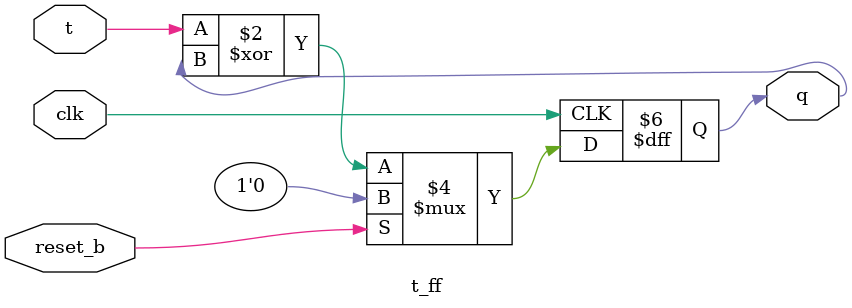
<source format=v>
`timescale 1ns / 1ns // `timescale time_unit/time_precisio

module part1 (
	input Clock,
	input Enable,
	input Reset,
	output [7:0] CounterValue
);

	wire a1, a2, a3, a4, a5, a6, a7;

	t_ff t0(Clock, Reset, Enable, CounterValue[0]);	
	assign a1 = Enable & CounterValue[0];
	t_ff t1(Clock, Reset, a1, CounterValue[1]);
	assign a2 = a1 & CounterValue[1];
	t_ff t2(Clock, Reset, a2, CounterValue[2]);
	assign a3 = a2 & CounterValue[2];
	t_ff t3(Clock, Reset, a3, CounterValue[3]);
	assign a4 = a3 & CounterValue[3];
	t_ff t4(Clock, Reset, a4, CounterValue[4]);
	assign a5 = a4 & CounterValue[4];
	t_ff t5(Clock, Reset, a5, CounterValue[5]);
	assign a6 = a5 & CounterValue[5];
	t_ff t6(Clock, Reset, a6, CounterValue[6]);
	assign a7 = a6 & CounterValue[6];
	t_ff t7(Clock, Reset, a7, CounterValue[7]);
	
endmodule

module t_ff(input clk, input reset_b, input t, output reg q);
	
	always@(posedge clk)
	begin
		if (reset_b)
			q <= 1'b0;
		else
			q <= t^q;
	end
endmodule

</source>
